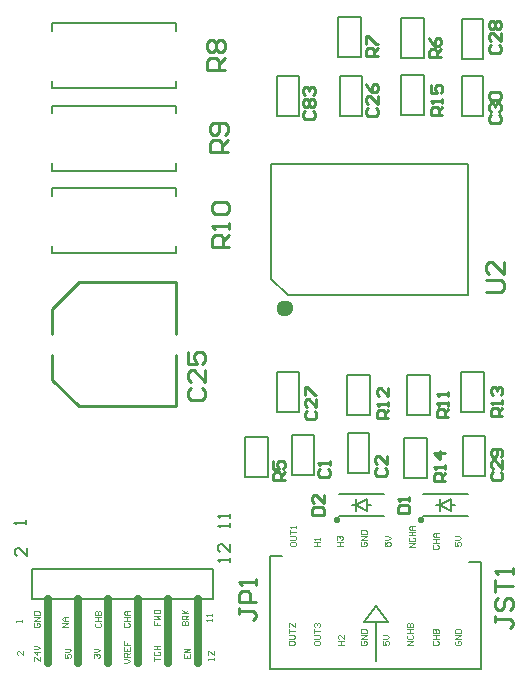
<source format=gbr>
%FSTAX23Y23*%
%MOIN*%
%SFA1B1*%

%IPPOS*%
%ADD10C,0.039370*%
%ADD11C,0.015748*%
%ADD12C,0.006693*%
%ADD13C,0.025197*%
%ADD14C,0.005905*%
%ADD15C,0.009843*%
%ADD16C,0.003937*%
%ADD17C,0.010000*%
%ADD18C,0.007874*%
%LNpcb1_legend_top-1*%
%LPD*%
G54D10*
X0124Y01515D02*
D01*
X0124Y01515*
X0124Y01516*
X0124Y01516*
X0124Y01516*
X0124Y01517*
X0124Y01517*
X0124Y01518*
X01239Y01518*
X01239Y01518*
X01239Y01519*
X01239Y01519*
X01238Y01519*
X01238Y0152*
X01238Y0152*
X01237Y0152*
X01237Y0152*
X01236Y01521*
X01236Y01521*
X01236Y01521*
X01235Y01521*
X01235Y01521*
X01234Y01521*
X01234*
X01233Y01521*
X01233Y01521*
X01233Y01521*
X01232Y01521*
X01232Y01521*
X01231Y0152*
X01231Y0152*
X01231Y0152*
X0123Y0152*
X0123Y01519*
X0123Y01519*
X01229Y01519*
X01229Y01518*
X01229Y01518*
X01229Y01518*
X01228Y01517*
X01228Y01517*
X01228Y01516*
X01228Y01516*
X01228Y01516*
X01228Y01515*
X01228Y01515*
X01228Y01514*
X01228Y01514*
X01228Y01513*
X01228Y01513*
X01228Y01513*
X01228Y01512*
X01229Y01512*
X01229Y01511*
X01229Y01511*
X01229Y01511*
X0123Y0151*
X0123Y0151*
X0123Y0151*
X01231Y0151*
X01231Y01509*
X01231Y01509*
X01232Y01509*
X01232Y01509*
X01233Y01509*
X01233Y01509*
X01233Y01509*
X01234Y01509*
X01234*
X01235Y01509*
X01235Y01509*
X01236Y01509*
X01236Y01509*
X01236Y01509*
X01237Y01509*
X01237Y01509*
X01238Y0151*
X01238Y0151*
X01238Y0151*
X01239Y0151*
X01239Y01511*
X01239Y01511*
X01239Y01511*
X0124Y01512*
X0124Y01512*
X0124Y01513*
X0124Y01513*
X0124Y01513*
X0124Y01514*
X0124Y01514*
X0124Y01515*
G54D11*
X01687Y00812D02*
D01*
X01687Y00812*
X01687Y00812*
X01687Y00812*
X01687Y00813*
X01687Y00813*
X01687Y00813*
X01687Y00813*
X01687Y00813*
X01687Y00813*
X01687Y00813*
X01687Y00813*
X01686Y00813*
X01686Y00813*
X01686Y00813*
X01686Y00813*
X01686Y00813*
X01686Y00813*
X01686Y00813*
X01686Y00813*
X01686Y00813*
X01686Y00813*
X01686Y00813*
X01686*
X01686Y00813*
X01686Y00813*
X01686Y00813*
X01686Y00813*
X01685Y00813*
X01685Y00813*
X01685Y00813*
X01685Y00813*
X01685Y00813*
X01685Y00813*
X01685Y00813*
X01685Y00813*
X01685Y00813*
X01685Y00813*
X01685Y00813*
X01685Y00813*
X01685Y00813*
X01685Y00813*
X01685Y00812*
X01685Y00812*
X01685Y00812*
X01685Y00812*
X01685Y00812*
X01685Y00812*
X01685Y00812*
X01685Y00812*
X01685Y00812*
X01685Y00812*
X01685Y00812*
X01685Y00812*
X01685Y00812*
X01685Y00812*
X01685Y00812*
X01685Y00812*
X01685Y00811*
X01685Y00811*
X01685Y00811*
X01685Y00811*
X01685Y00811*
X01686Y00811*
X01686Y00811*
X01686Y00811*
X01686Y00811*
X01686Y00811*
X01686*
X01686Y00811*
X01686Y00811*
X01686Y00811*
X01686Y00811*
X01686Y00811*
X01686Y00811*
X01686Y00811*
X01686Y00811*
X01686Y00811*
X01686Y00812*
X01687Y00812*
X01687Y00812*
X01687Y00812*
X01687Y00812*
X01687Y00812*
X01687Y00812*
X01687Y00812*
X01687Y00812*
X01687Y00812*
X01687Y00812*
X01687Y00812*
X01687Y00812*
X01407D02*
D01*
X01407Y00812*
X01407Y00812*
X01407Y00812*
X01407Y00813*
X01407Y00813*
X01407Y00813*
X01407Y00813*
X01407Y00813*
X01407Y00813*
X01407Y00813*
X01407Y00813*
X01406Y00813*
X01406Y00813*
X01406Y00813*
X01406Y00813*
X01406Y00813*
X01406Y00813*
X01406Y00813*
X01406Y00813*
X01406Y00813*
X01406Y00813*
X01406Y00813*
X01406*
X01406Y00813*
X01406Y00813*
X01406Y00813*
X01406Y00813*
X01405Y00813*
X01405Y00813*
X01405Y00813*
X01405Y00813*
X01405Y00813*
X01405Y00813*
X01405Y00813*
X01405Y00813*
X01405Y00813*
X01405Y00813*
X01405Y00813*
X01405Y00813*
X01405Y00813*
X01405Y00813*
X01405Y00812*
X01405Y00812*
X01405Y00812*
X01405Y00812*
X01405Y00812*
X01405Y00812*
X01405Y00812*
X01405Y00812*
X01405Y00812*
X01405Y00812*
X01405Y00812*
X01405Y00812*
X01405Y00812*
X01405Y00812*
X01405Y00812*
X01405Y00812*
X01405Y00811*
X01405Y00811*
X01405Y00811*
X01405Y00811*
X01405Y00811*
X01406Y00811*
X01406Y00811*
X01406Y00811*
X01406Y00811*
X01406Y00811*
X01406*
X01406Y00811*
X01406Y00811*
X01406Y00811*
X01406Y00811*
X01406Y00811*
X01406Y00811*
X01406Y00811*
X01406Y00811*
X01406Y00811*
X01406Y00812*
X01407Y00812*
X01407Y00812*
X01407Y00812*
X01407Y00812*
X01407Y00812*
X01407Y00812*
X01407Y00812*
X01407Y00812*
X01407Y00812*
X01407Y00812*
X01407Y00812*
X01407Y00812*
G54D12*
X00391Y00545D02*
Y00645D01*
X00995Y00545D02*
Y00645D01*
X00391D02*
X00995D01*
X00391Y00545D02*
X00995D01*
X01536Y00522D02*
X01576Y00471D01*
X01497D02*
X01536Y00522D01*
Y00471D02*
X01576D01*
X01497D02*
X01536D01*
Y00338D02*
Y00471D01*
X01847Y00668D02*
X01889D01*
X01184Y00688D02*
X01225D01*
X01184Y00314D02*
Y00688D01*
Y00314D02*
Y0041D01*
Y00314D02*
X01889D01*
Y00668*
X01844Y01558D02*
Y01995D01*
X01189D02*
X01844D01*
X01189Y01614D02*
X01245Y01558D01*
X01189Y01614D02*
Y01995D01*
X01245Y01558D02*
X01844D01*
X00458Y01699D02*
X00871D01*
X00458Y01915D02*
X00871D01*
X00458Y01699D02*
Y01723D01*
Y0189D02*
Y01915D01*
X00871Y0189D02*
Y01915D01*
Y01699D02*
Y01723D01*
X01736Y0086D02*
X01752D01*
X01786D02*
X01802D01*
X01752Y0084D02*
Y00879D01*
Y0086D02*
X01786Y0084D01*
X01752Y0086D02*
X01786Y00879D01*
Y0084D02*
Y00879D01*
X01694Y00824D02*
X01845D01*
X01694Y00895D02*
X01845D01*
X00458Y01974D02*
X00871D01*
X00458Y0219D02*
X00871D01*
X00458Y01974D02*
Y01998D01*
Y02165D02*
Y0219D01*
X00871Y02165D02*
Y0219D01*
Y01974D02*
Y01998D01*
X00458Y02249D02*
X00871D01*
X00458Y02465D02*
X00871D01*
X00458Y02249D02*
Y02273D01*
Y0244D02*
Y02465D01*
X00871Y0244D02*
Y02465D01*
Y02249D02*
Y02273D01*
X01456Y0086D02*
X01472D01*
X01506D02*
X01522D01*
X01472Y0084D02*
Y00879D01*
Y0086D02*
X01506Y0084D01*
X01472Y0086D02*
X01506Y00879D01*
Y0084D02*
Y00879D01*
X01414Y00824D02*
X01565D01*
X01414Y00895D02*
X01565D01*
G54D13*
X00445Y00545D02*
Y00332D01*
X00545D02*
Y00545D01*
X00645Y00332D02*
Y00545D01*
X00745D02*
Y00332D01*
X00845D02*
Y00545D01*
X00945Y00332D02*
Y00545D01*
G54D14*
X01419Y02155D02*
X0149D01*
X01419D02*
Y02289D01*
X0149*
Y02155D02*
Y02289D01*
X0144Y01158D02*
X01519D01*
X0144D02*
Y01292D01*
X01519*
Y01158D02*
Y01292D01*
X0163Y00948D02*
X01709D01*
X0163D02*
Y01082D01*
X01709*
Y00948D02*
Y01082D01*
X01829Y00955D02*
X019D01*
X01829D02*
Y01089D01*
X019*
Y00955D02*
Y01089D01*
X0141Y02353D02*
X01489D01*
X0141D02*
Y02487D01*
X01489*
Y02353D02*
Y02487D01*
X01824Y02345D02*
X01895D01*
X01824D02*
Y02479D01*
X01895*
Y02345D02*
Y02479D01*
X01824Y02289D02*
X01895D01*
Y02155D02*
Y02289D01*
X01824Y02155D02*
X01895D01*
X01824D02*
Y02289D01*
X0162Y02292D02*
X01699D01*
Y02158D02*
Y02292D01*
X0162Y02158D02*
X01699D01*
X0162D02*
Y02292D01*
Y02348D02*
X01699D01*
X0162D02*
Y02482D01*
X01699*
Y02348D02*
Y02482D01*
X01259Y01094D02*
X0133D01*
Y0096D02*
Y01094D01*
X01259Y0096D02*
X0133D01*
X01259D02*
Y01094D01*
X011Y00953D02*
X01179D01*
X011D02*
Y01087D01*
X01179*
Y00953D02*
Y01087D01*
X0164Y01158D02*
X01719D01*
X0164D02*
Y01292D01*
X01719*
Y01158D02*
Y01292D01*
X01444Y00965D02*
X01515D01*
X01444D02*
Y01099D01*
X01515*
Y00965D02*
Y01099D01*
X0182Y01168D02*
X01899D01*
X0182D02*
Y01302D01*
X01899*
Y01168D02*
Y01302D01*
X01209Y0117D02*
X0128D01*
X01209D02*
Y01304D01*
X0128*
Y0117D02*
Y01304D01*
X01209Y02155D02*
X0128D01*
X01209D02*
Y02289D01*
X0128*
Y02155D02*
Y02289D01*
G54D15*
X00459Y01428D02*
Y01514D01*
Y01277D02*
Y01361D01*
X00872Y01428D02*
Y01602D01*
Y01189D02*
Y01361D01*
X00459Y01277D02*
X00547Y01189D01*
X00459Y01514D02*
X00547Y01602D01*
X00872*
X00547Y01189D02*
X00872D01*
G54D16*
X00996Y00343D02*
Y0035D01*
Y00347*
X00976*
X00979Y00343*
X00996Y00373D02*
Y0036D01*
X00982Y00373*
X00979*
X00976Y0037*
Y00363*
X00979Y0036*
X00991Y00473D02*
Y0048D01*
Y00477*
X00971*
X00974Y00473*
X00991Y0049D02*
Y00496D01*
Y00493*
X00971*
X00974Y0049*
X00356Y00468D02*
Y00475D01*
Y00472*
X00336*
X00339Y00468*
X00361Y00372D02*
Y00358D01*
X00347Y00372*
X00344*
X00341Y00368*
Y00362*
X00344Y00358*
X00399Y00467D02*
X00396Y00463D01*
Y00457*
X00399Y00453*
X00412*
X00416Y00457*
Y00463*
X00412Y00467*
X00406*
Y0046*
X00416Y00473D02*
X00396D01*
X00416Y00486*
X00396*
Y00493D02*
X00416D01*
Y00503*
X00412Y00506*
X00399*
X00396Y00503*
Y00493*
X00416Y00352D02*
Y00338D01*
X00402Y00352*
X00399*
X00396Y00348*
Y00342*
X00399Y00338*
X00416Y00368D02*
X00396D01*
X00406Y00358*
Y00371*
X00396Y00378D02*
X00409D01*
X00416Y00384*
X00409Y00391*
X00396*
X00891Y00458D02*
X00911D01*
Y00468*
X00907Y00472*
X00904*
X00901Y00468*
Y00458*
Y00468*
X00897Y00472*
X00894*
X00891Y00468*
Y00458*
X00911Y00478D02*
X00891D01*
Y00488*
X00894Y00491*
X00901*
X00904Y00488*
Y00478*
Y00485D02*
X00911Y00491D01*
X00891Y00498D02*
X00911D01*
X00904*
X00891Y00511*
X00901Y00501*
X00911Y00511*
X00896Y00362D02*
Y00348D01*
X00916*
Y00362*
X00906Y00348D02*
Y00355D01*
X00916Y00368D02*
X00896D01*
X00916Y00381*
X00896*
X00604Y00467D02*
X00601Y00463D01*
Y00457*
X00604Y00453*
X00617*
X00621Y00457*
Y00463*
X00617Y00467*
X00601Y00473D02*
X00621D01*
X00611*
Y00486*
X00601*
X00621*
X00601Y00493D02*
X00621D01*
Y00503*
X00617Y00506*
X00614*
X00611Y00503*
Y00493*
Y00503*
X00607Y00506*
X00604*
X00601Y00503*
Y00493*
X00511Y00453D02*
X00491D01*
X00511Y00467*
X00491*
X00511Y00473D02*
X00497D01*
X00491Y0048*
X00497Y00486*
X00511*
X00501*
Y00473*
X00699Y00467D02*
X00696Y00463D01*
Y00457*
X00699Y00453*
X00712*
X00716Y00457*
Y00463*
X00712Y00467*
X00696Y00473D02*
X00716D01*
X00706*
Y00486*
X00696*
X00716*
Y00493D02*
X00702D01*
X00696Y00499*
X00702Y00506*
X00716*
X00706*
Y00493*
X00796Y00338D02*
Y00352D01*
Y00345*
X00816*
X00799Y00371D02*
X00796Y00368D01*
Y00361*
X00799Y00358*
X00812*
X00816Y00361*
Y00368*
X00812Y00371*
X00796Y00378D02*
X00816D01*
X00806*
Y00391*
X00796*
X00816*
X00796Y00472D02*
Y00458D01*
X00806*
Y00465*
Y00458*
X00816*
X00796Y00478D02*
X00816D01*
X00809Y00485*
X00816Y00491*
X00796*
Y00498D02*
X00816D01*
Y00508*
X00812Y00511*
X00799*
X00796Y00508*
Y00498*
X00696Y00333D02*
X00709D01*
X00716Y0034*
X00709Y00347*
X00696*
X00716Y00353D02*
X00696D01*
Y00363*
X00699Y00366*
X00706*
X00709Y00363*
Y00353*
Y0036D02*
X00716Y00366D01*
X00696Y00386D02*
Y00373D01*
X00716*
Y00386*
X00706Y00373D02*
Y00379D01*
X00696Y00406D02*
Y00392D01*
X00706*
Y00399*
Y00392*
X00716*
X00501Y00362D02*
Y00348D01*
X00511*
X00507Y00355*
Y00358*
X00511Y00362*
X00517*
X00521Y00358*
Y00352*
X00517Y00348*
X00501Y00368D02*
X00514D01*
X00521Y00375*
X00514Y00381*
X00501*
X00599Y00348D02*
X00596Y00352D01*
Y00358*
X00599Y00362*
X00602*
X00606Y00358*
Y00355*
Y00358*
X00609Y00362*
X00612*
X00616Y00358*
Y00352*
X00612Y00348*
X00596Y00368D02*
X00609D01*
X00616Y00375*
X00609Y00381*
X00596*
X01801Y00737D02*
Y00723D01*
X01811*
X01807Y0073*
Y00733*
X01811Y00737*
X01817*
X01821Y00733*
Y00727*
X01817Y00723*
X01801Y00743D02*
X01814D01*
X01821Y0075*
X01814Y00756*
X01801*
X01729Y00727D02*
X01726Y00723D01*
Y00717*
X01729Y00713*
X01742*
X01746Y00717*
Y00723*
X01742Y00727*
X01726Y00733D02*
X01746D01*
X01736*
Y00746*
X01726*
X01746*
Y00753D02*
X01732D01*
X01726Y00759*
X01732Y00766*
X01746*
X01736*
Y00753*
X01666Y00718D02*
X01646D01*
X01666Y00732*
X01646*
X01649Y00751D02*
X01646Y00748D01*
Y00741*
X01649Y00738*
X01662*
X01666Y00741*
Y00748*
X01662Y00751*
X01646Y00758D02*
X01666D01*
X01656*
Y00771*
X01646*
X01666*
Y00777D02*
X01652D01*
X01646Y00784*
X01652Y00791*
X01666*
X01656*
Y00777*
X01566Y00737D02*
Y00723D01*
X01576*
X01572Y0073*
Y00733*
X01576Y00737*
X01582*
X01586Y00733*
Y00727*
X01582Y00723*
X01566Y00743D02*
X01579D01*
X01586Y0075*
X01579Y00756*
X01566*
X01489Y00737D02*
X01486Y00733D01*
Y00727*
X01489Y00723*
X01502*
X01506Y00727*
Y00733*
X01502Y00737*
X01496*
Y0073*
X01506Y00743D02*
X01486D01*
X01506Y00756*
X01486*
Y00763D02*
X01506D01*
Y00773*
X01502Y00776*
X01489*
X01486Y00773*
Y00763*
X01406Y00723D02*
X01426D01*
X01416*
Y00737*
X01406*
X01426*
X01409Y00743D02*
X01406Y00746D01*
Y00753*
X01409Y00756*
X01412*
X01416Y00753*
Y0075*
Y00753*
X01419Y00756*
X01422*
X01426Y00753*
Y00746*
X01422Y00743*
X01331Y00723D02*
X01351D01*
X01341*
Y00737*
X01331*
X01351*
Y00743D02*
Y0075D01*
Y00746*
X01331*
X01334Y00743*
X01251Y00733D02*
Y00727D01*
X01254Y00723*
X01267*
X01271Y00727*
Y00733*
X01267Y00737*
X01254*
X01251Y00733*
Y00743D02*
X01267D01*
X01271Y00746*
Y00753*
X01267Y00756*
X01251*
Y00763D02*
Y00776D01*
Y00769*
X01271*
Y00782D02*
Y00789D01*
Y00786*
X01251*
X01254Y00782*
X01804Y00407D02*
X01801Y00403D01*
Y00397*
X01804Y00393*
X01817*
X01821Y00397*
Y00403*
X01817Y00407*
X01811*
Y004*
X01821Y00413D02*
X01801D01*
X01821Y00426*
X01801*
Y00433D02*
X01821D01*
Y00443*
X01817Y00446*
X01804*
X01801Y00443*
Y00433*
X01729Y00407D02*
X01726Y00403D01*
Y00397*
X01729Y00393*
X01742*
X01746Y00397*
Y00403*
X01742Y00407*
X01726Y00413D02*
X01746D01*
X01736*
Y00426*
X01726*
X01746*
X01726Y00433D02*
X01746D01*
Y00443*
X01742Y00446*
X01739*
X01736Y00443*
Y00433*
Y00443*
X01732Y00446*
X01729*
X01726Y00443*
Y00433*
X01661Y00393D02*
X01641D01*
X01661Y00407*
X01641*
X01644Y00426D02*
X01641Y00423D01*
Y00416*
X01644Y00413*
X01657*
X01661Y00416*
Y00423*
X01657Y00426*
X01641Y00433D02*
X01661D01*
X01651*
Y00446*
X01641*
X01661*
X01641Y00452D02*
X01661D01*
Y00462*
X01657Y00466*
X01654*
X01651Y00462*
Y00452*
Y00462*
X01647Y00466*
X01644*
X01641Y00462*
Y00452*
X01561Y00407D02*
Y00393D01*
X01571*
X01567Y004*
Y00403*
X01571Y00407*
X01577*
X01581Y00403*
Y00397*
X01577Y00393*
X01561Y00413D02*
X01574D01*
X01581Y0042*
X01574Y00426*
X01561*
X01489Y00407D02*
X01486Y00403D01*
Y00397*
X01489Y00393*
X01502*
X01506Y00397*
Y00403*
X01502Y00407*
X01496*
Y004*
X01506Y00413D02*
X01486D01*
X01506Y00426*
X01486*
Y00433D02*
X01506D01*
Y00443*
X01502Y00446*
X01489*
X01486Y00443*
Y00433*
X01411Y00393D02*
X01431D01*
X01421*
Y00407*
X01411*
X01431*
Y00426D02*
Y00413D01*
X01417Y00426*
X01414*
X01411Y00423*
Y00416*
X01414Y00413*
X01331Y00403D02*
Y00397D01*
X01334Y00393*
X01347*
X01351Y00397*
Y00403*
X01347Y00407*
X01334*
X01331Y00403*
Y00413D02*
X01347D01*
X01351Y00416*
Y00423*
X01347Y00426*
X01331*
Y00433D02*
Y00446D01*
Y00439*
X01351*
X01334Y00452D02*
X01331Y00456D01*
Y00462*
X01334Y00466*
X01337*
X01341Y00462*
Y00459*
Y00462*
X01344Y00466*
X01347*
X01351Y00462*
Y00456*
X01347Y00452*
X01246Y00403D02*
Y00397D01*
X01249Y00393*
X01262*
X01266Y00397*
Y00403*
X01262Y00407*
X01249*
X01246Y00403*
Y00413D02*
X01262D01*
X01266Y00416*
Y00423*
X01262Y00426*
X01246*
Y00433D02*
Y00446D01*
Y00439*
X01266*
Y00466D02*
Y00452D01*
X01252Y00466*
X01249*
X01246Y00462*
Y00456*
X01249Y00452*
G54D17*
X0108Y00515D02*
Y00495D01*
Y00505*
X01129*
X01139Y00495*
Y00485*
X01129Y00475*
X01139Y00535D02*
X0108D01*
Y00564*
X0109Y00574*
X0111*
X01119Y00564*
Y00535*
X01139Y00594D02*
Y00614D01*
Y00604*
X0108*
X0109Y00594*
X01511Y02183D02*
X01505Y02177D01*
Y02164*
X01511Y02157*
X01538*
X01544Y02164*
Y02177*
X01538Y02183*
X01544Y02223D02*
Y02196D01*
X01518Y02223*
X01511*
X01505Y02216*
Y02203*
X01511Y02196*
X01505Y02262D02*
X01511Y02249D01*
X01525Y02236*
X01538*
X01544Y02242*
Y02255*
X01538Y02262*
X01531*
X01525Y02255*
Y02236*
X01579Y0115D02*
X0154D01*
Y0117*
X01546Y01177*
X0156*
X01566Y0117*
Y0115*
Y01163D02*
X01579Y01177D01*
Y0119D02*
Y01203D01*
Y01196*
X0154*
X01546Y0119*
X01579Y01249D02*
Y01222D01*
X01553Y01249*
X01546*
X0154Y01242*
Y01229*
X01546Y01222*
X01769Y0094D02*
X0173D01*
Y0096*
X01736Y00967*
X0175*
X01756Y0096*
Y0094*
Y00953D02*
X01769Y00967D01*
Y0098D02*
Y00993D01*
Y00986*
X0173*
X01736Y0098*
X01769Y01032D02*
X0173D01*
X0175Y01012*
Y01039*
X01926Y00968D02*
X0192Y00962D01*
Y00949*
X01926Y00942*
X01953*
X01959Y00949*
Y00962*
X01953Y00968*
X01959Y01008D02*
Y00981D01*
X01933Y01008*
X01926*
X0192Y01001*
Y00988*
X01926Y00981*
X01953Y01021D02*
X01959Y01027D01*
Y0104*
X01953Y01047*
X01926*
X0192Y0104*
Y01027*
X01926Y01021*
X01933*
X0194Y01027*
Y01047*
X0092Y0125D02*
X0091Y0124D01*
Y0122*
X0092Y0121*
X00959*
X00969Y0122*
Y0124*
X00959Y0125*
X00969Y01309D02*
Y0127D01*
X0093Y01309*
X0092*
X0091Y01299*
Y0128*
X0092Y0127*
X0091Y01369D02*
Y01329D01*
X0094*
X0093Y01349*
Y01359*
X0094Y01369*
X00959*
X00969Y01359*
Y01339*
X00959Y01329*
X01935Y0049D02*
Y0047D01*
Y0048*
X01984*
X01994Y0047*
Y0046*
X01984Y0045*
X01945Y0055D02*
X01935Y0054D01*
Y0052*
X01945Y0051*
X01955*
X01965Y0052*
Y0054*
X01974Y0055*
X01984*
X01994Y0054*
Y0052*
X01984Y0051*
X01935Y00569D02*
Y00609D01*
Y00589*
X01994*
Y00629D02*
Y00649D01*
Y00639*
X01935*
X01945Y00629*
X01905Y0157D02*
X01954D01*
X01964Y0158*
Y016*
X01954Y0161*
X01905*
X01964Y01669D02*
Y01629D01*
X01925Y01669*
X01915*
X01905Y01659*
Y01639*
X01915Y01629*
X01544Y02357D02*
X01505D01*
Y02376*
X01511Y02383*
X01525*
X01531Y02376*
Y02357*
Y0237D02*
X01544Y02383D01*
X01505Y02396D02*
Y02422D01*
X01511*
X01538Y02396*
X01544*
X01921Y02393D02*
X01915Y02387D01*
Y02374*
X01921Y02367*
X01948*
X01954Y02374*
Y02387*
X01948Y02393*
X01954Y02433D02*
Y02406D01*
X01928Y02433*
X01921*
X01915Y02426*
Y02413*
X01921Y02406*
Y02446D02*
X01915Y02452D01*
Y02465*
X01921Y02472*
X01928*
X01935Y02465*
X01941Y02472*
X01948*
X01954Y02465*
Y02452*
X01948Y02446*
X01941*
X01935Y02452*
X01928Y02446*
X01921*
X01935Y02452D02*
Y02465D01*
X01921Y02158D02*
X01915Y02152D01*
Y02139*
X01921Y02132*
X01948*
X01954Y02139*
Y02152*
X01948Y02158*
X01921Y02171D02*
X01915Y02178D01*
Y02191*
X01921Y02198*
X01928*
X01935Y02191*
Y02185*
Y02191*
X01941Y02198*
X01948*
X01954Y02191*
Y02178*
X01948Y02171*
X01921Y02211D02*
X01915Y02217D01*
Y0223*
X01921Y02237*
X01948*
X01954Y0223*
Y02217*
X01948Y02211*
X01921*
X01759Y0216D02*
X0172D01*
Y0218*
X01726Y02187*
X0174*
X01746Y0218*
Y0216*
Y02173D02*
X01759Y02187D01*
Y022D02*
Y02213D01*
Y02206*
X0172*
X01726Y022*
X0172Y02259D02*
Y02232D01*
X0174*
X01733Y02246*
Y02252*
X0174Y02259*
X01753*
X01759Y02252*
Y02239*
X01753Y02232*
X01754Y02352D02*
X01715D01*
Y02371*
X01721Y02378*
X01735*
X01741Y02371*
Y02352*
Y02365D02*
X01754Y02378D01*
X01715Y02417D02*
X01721Y02404D01*
X01735Y02391*
X01748*
X01754Y02398*
Y02411*
X01748Y02417*
X01741*
X01735Y02411*
Y02391*
X01049Y0172D02*
X0099D01*
Y0175*
X01Y0176*
X0102*
X01029Y0175*
Y0172*
Y0174D02*
X01049Y0176D01*
Y0178D02*
Y018D01*
Y0179*
X0099*
X01Y0178*
Y01829D02*
X0099Y01839D01*
Y01859*
X01Y01869*
X01039*
X01049Y01859*
Y01839*
X01039Y01829*
X01*
X01351Y0098D02*
X01345Y00973D01*
Y0096*
X01351Y00953*
X01378*
X01384Y0096*
Y00973*
X01378Y0098*
X01384Y00993D02*
Y01006D01*
Y00999*
X01345*
X01351Y00993*
X01234Y00942D02*
X01195D01*
Y00961*
X01201Y00968*
X01215*
X01221Y00961*
Y00942*
Y00955D02*
X01234Y00968D01*
X01195Y01007D02*
Y00981D01*
X01215*
X01208Y00994*
Y01001*
X01215Y01007*
X01228*
X01234Y01001*
Y00988*
X01228Y00981*
X01779Y01152D02*
X0174D01*
Y01172*
X01746Y01178*
X0176*
X01766Y01172*
Y01152*
Y01165D02*
X01779Y01178D01*
Y01191D02*
Y01204D01*
Y01198*
X0174*
X01746Y01191*
X01779Y01224D02*
Y01237D01*
Y01231*
X0174*
X01746Y01224*
X01541Y00983D02*
X01535Y00976D01*
Y00963*
X01541Y00957*
X01568*
X01574Y00963*
Y00976*
X01568Y00983*
X01574Y01022D02*
Y00996D01*
X01548Y01022*
X01541*
X01535Y01016*
Y01003*
X01541Y00996*
X0161Y00833D02*
X01649D01*
Y00853*
X01643Y0086*
X01616*
X0161Y00853*
Y00833*
X01649Y00873D02*
Y00886D01*
Y00879*
X0161*
X01616Y00873*
X01044Y02035D02*
X00985D01*
Y02065*
X00995Y02075*
X01015*
X01024Y02065*
Y02035*
Y02055D02*
X01044Y02075D01*
X01034Y02094D02*
X01044Y02104D01*
Y02124*
X01034Y02134*
X00995*
X00985Y02124*
Y02104*
X00995Y02094*
X01005*
X01015Y02104*
Y02134*
X01034Y0231D02*
X00975D01*
Y0234*
X00985Y0235*
X01005*
X01014Y0234*
Y0231*
Y0233D02*
X01034Y0235D01*
X00985Y02369D02*
X00975Y02379D01*
Y02399*
X00985Y02409*
X00995*
X01005Y02399*
X01014Y02409*
X01024*
X01034Y02399*
Y02379*
X01024Y02369*
X01014*
X01005Y02379*
X00995Y02369*
X00985*
X01005Y02379D02*
Y02399D01*
X01959Y01155D02*
X0192D01*
Y01175*
X01926Y01182*
X0194*
X01946Y01175*
Y01155*
Y01168D02*
X01959Y01182D01*
Y01195D02*
Y01208D01*
Y01201*
X0192*
X01926Y01195*
Y01227D02*
X0192Y01234D01*
Y01247*
X01926Y01254*
X01933*
X0194Y01247*
Y01241*
Y01247*
X01946Y01254*
X01953*
X01959Y01247*
Y01234*
X01953Y01227*
X01325Y00827D02*
X01364D01*
Y00846*
X01358Y00853*
X01331*
X01325Y00846*
Y00827*
X01364Y00892D02*
Y00866D01*
X01338Y00892*
X01331*
X01325Y00886*
Y00873*
X01331Y00866*
X01306Y01173D02*
X013Y01167D01*
Y01154*
X01306Y01147*
X01333*
X01339Y01154*
Y01167*
X01333Y01173*
X01339Y01213D02*
Y01186D01*
X01313Y01213*
X01306*
X013Y01206*
Y01193*
X01306Y01186*
X013Y01226D02*
Y01252D01*
X01306*
X01333Y01226*
X01339*
X01301Y02173D02*
X01295Y02167D01*
Y02154*
X01301Y02147*
X01328*
X01334Y02154*
Y02167*
X01328Y02173*
X01301Y02186D02*
X01295Y02193D01*
Y02206*
X01301Y02213*
X01308*
X01315Y02206*
X01321Y02213*
X01328*
X01334Y02206*
Y02193*
X01328Y02186*
X01321*
X01315Y02193*
X01308Y02186*
X01301*
X01315Y02193D02*
Y02206D01*
X01301Y02226D02*
X01295Y02232D01*
Y02245*
X01301Y02252*
X01308*
X01315Y02245*
Y02239*
Y02245*
X01321Y02252*
X01328*
X01334Y02245*
Y02232*
X01328Y02226*
G54D18*
X0105Y0067D02*
Y00683D01*
Y00676*
X0101*
X01017Y0067*
X0105Y00729D02*
Y00702D01*
X01023Y00729*
X01017*
X0101Y00722*
Y00709*
X01017Y00702*
X0105Y00785D02*
Y00798D01*
Y00791*
X0101*
X01017Y00785*
X0105Y00817D02*
Y0083D01*
Y00824*
X0101*
X01017Y00817*
X00375Y00716D02*
Y0069D01*
X00348Y00716*
X00342*
X00335Y00709*
Y00696*
X00342Y0069*
X0037Y00795D02*
Y00808D01*
Y00801*
X0033*
X00337Y00795*
M02*
</source>
